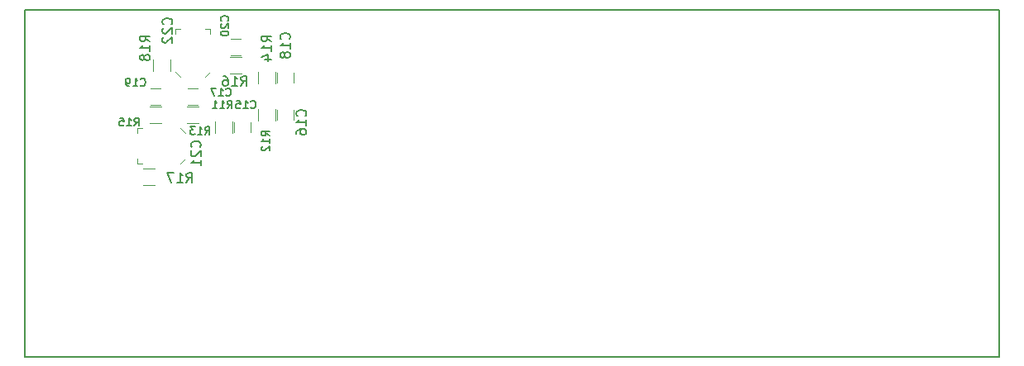
<source format=gbr>
G04 #@! TF.FileFunction,Legend,Bot*
%FSLAX46Y46*%
G04 Gerber Fmt 4.6, Leading zero omitted, Abs format (unit mm)*
G04 Created by KiCad (PCBNEW 4.0.7) date 03/18/18 13:20:54*
%MOMM*%
%LPD*%
G01*
G04 APERTURE LIST*
%ADD10C,0.100000*%
%ADD11C,0.150000*%
%ADD12C,0.120000*%
%ADD13C,0.130000*%
G04 APERTURE END LIST*
D10*
D11*
X19050000Y-19050000D02*
X19050000Y-54610000D01*
X118745000Y-19050000D02*
X19050000Y-19050000D01*
X118745000Y-54610000D02*
X118745000Y-19050000D01*
X19050000Y-54610000D02*
X118745000Y-54610000D01*
D12*
X40425000Y-31615000D02*
X40425000Y-30615000D01*
X42125000Y-30615000D02*
X42125000Y-31615000D01*
X44870000Y-30345000D02*
X44870000Y-29345000D01*
X46570000Y-29345000D02*
X46570000Y-30345000D01*
X36695000Y-28790000D02*
X35695000Y-28790000D01*
X35695000Y-27090000D02*
X36695000Y-27090000D01*
X44870000Y-26535000D02*
X44870000Y-25535000D01*
X46570000Y-25535000D02*
X46570000Y-26535000D01*
X32885000Y-28790000D02*
X31885000Y-28790000D01*
X31885000Y-27090000D02*
X32885000Y-27090000D01*
X41140000Y-23710000D02*
X40140000Y-23710000D01*
X40140000Y-22010000D02*
X41140000Y-22010000D01*
X35470000Y-31720000D02*
X34970000Y-31220000D01*
X35470000Y-34320000D02*
X34970000Y-34820000D01*
X30570000Y-31220000D02*
X31070000Y-31220000D01*
X30570000Y-31220000D02*
X30570000Y-31720000D01*
X30570000Y-34820000D02*
X31070000Y-34820000D01*
X30570000Y-34820000D02*
X30570000Y-34320000D01*
X37495000Y-25945000D02*
X37995000Y-25445000D01*
X34895000Y-25945000D02*
X34395000Y-25445000D01*
X37995000Y-21045000D02*
X37995000Y-21545000D01*
X37995000Y-21045000D02*
X37495000Y-21045000D01*
X34395000Y-21045000D02*
X34395000Y-21545000D01*
X34395000Y-21045000D02*
X34895000Y-21045000D01*
X40250000Y-31715000D02*
X40250000Y-30515000D01*
X38490000Y-30515000D02*
X38490000Y-31715000D01*
X44695000Y-30445000D02*
X44695000Y-29245000D01*
X42935000Y-29245000D02*
X42935000Y-30445000D01*
X36795000Y-28965000D02*
X35595000Y-28965000D01*
X35595000Y-30725000D02*
X36795000Y-30725000D01*
X44695000Y-26635000D02*
X44695000Y-25435000D01*
X42935000Y-25435000D02*
X42935000Y-26635000D01*
X32985000Y-28965000D02*
X31785000Y-28965000D01*
X31785000Y-30725000D02*
X32985000Y-30725000D01*
X41240000Y-23885000D02*
X40040000Y-23885000D01*
X40040000Y-25645000D02*
X41240000Y-25645000D01*
X31150000Y-37075000D02*
X32350000Y-37075000D01*
X32350000Y-35315000D02*
X31150000Y-35315000D01*
X32140000Y-24165000D02*
X32140000Y-25365000D01*
X33900000Y-25365000D02*
X33900000Y-24165000D01*
D13*
X42170286Y-29114714D02*
X42208381Y-29152810D01*
X42322667Y-29190905D01*
X42398857Y-29190905D01*
X42513143Y-29152810D01*
X42589334Y-29076619D01*
X42627429Y-29000429D01*
X42665524Y-28848048D01*
X42665524Y-28733762D01*
X42627429Y-28581381D01*
X42589334Y-28505190D01*
X42513143Y-28429000D01*
X42398857Y-28390905D01*
X42322667Y-28390905D01*
X42208381Y-28429000D01*
X42170286Y-28467095D01*
X41408381Y-29190905D02*
X41865524Y-29190905D01*
X41636953Y-29190905D02*
X41636953Y-28390905D01*
X41713143Y-28505190D01*
X41789334Y-28581381D01*
X41865524Y-28619476D01*
X40684571Y-28390905D02*
X41065524Y-28390905D01*
X41103619Y-28771857D01*
X41065524Y-28733762D01*
X40989333Y-28695667D01*
X40798857Y-28695667D01*
X40722667Y-28733762D01*
X40684571Y-28771857D01*
X40646476Y-28848048D01*
X40646476Y-29038524D01*
X40684571Y-29114714D01*
X40722667Y-29152810D01*
X40798857Y-29190905D01*
X40989333Y-29190905D01*
X41065524Y-29152810D01*
X41103619Y-29114714D01*
D11*
X47728143Y-29964143D02*
X47775762Y-29916524D01*
X47823381Y-29773667D01*
X47823381Y-29678429D01*
X47775762Y-29535571D01*
X47680524Y-29440333D01*
X47585286Y-29392714D01*
X47394810Y-29345095D01*
X47251952Y-29345095D01*
X47061476Y-29392714D01*
X46966238Y-29440333D01*
X46871000Y-29535571D01*
X46823381Y-29678429D01*
X46823381Y-29773667D01*
X46871000Y-29916524D01*
X46918619Y-29964143D01*
X47823381Y-30916524D02*
X47823381Y-30345095D01*
X47823381Y-30630809D02*
X46823381Y-30630809D01*
X46966238Y-30535571D01*
X47061476Y-30440333D01*
X47109095Y-30345095D01*
X46823381Y-31773667D02*
X46823381Y-31583190D01*
X46871000Y-31487952D01*
X46918619Y-31440333D01*
X47061476Y-31345095D01*
X47251952Y-31297476D01*
X47632905Y-31297476D01*
X47728143Y-31345095D01*
X47775762Y-31392714D01*
X47823381Y-31487952D01*
X47823381Y-31678429D01*
X47775762Y-31773667D01*
X47728143Y-31821286D01*
X47632905Y-31868905D01*
X47394810Y-31868905D01*
X47299571Y-31821286D01*
X47251952Y-31773667D01*
X47204333Y-31678429D01*
X47204333Y-31487952D01*
X47251952Y-31392714D01*
X47299571Y-31345095D01*
X47394810Y-31297476D01*
D13*
X39630286Y-27844714D02*
X39668381Y-27882810D01*
X39782667Y-27920905D01*
X39858857Y-27920905D01*
X39973143Y-27882810D01*
X40049334Y-27806619D01*
X40087429Y-27730429D01*
X40125524Y-27578048D01*
X40125524Y-27463762D01*
X40087429Y-27311381D01*
X40049334Y-27235190D01*
X39973143Y-27159000D01*
X39858857Y-27120905D01*
X39782667Y-27120905D01*
X39668381Y-27159000D01*
X39630286Y-27197095D01*
X38868381Y-27920905D02*
X39325524Y-27920905D01*
X39096953Y-27920905D02*
X39096953Y-27120905D01*
X39173143Y-27235190D01*
X39249334Y-27311381D01*
X39325524Y-27349476D01*
X38601714Y-27120905D02*
X38068381Y-27120905D01*
X38411238Y-27920905D01*
D11*
X46077143Y-22090143D02*
X46124762Y-22042524D01*
X46172381Y-21899667D01*
X46172381Y-21804429D01*
X46124762Y-21661571D01*
X46029524Y-21566333D01*
X45934286Y-21518714D01*
X45743810Y-21471095D01*
X45600952Y-21471095D01*
X45410476Y-21518714D01*
X45315238Y-21566333D01*
X45220000Y-21661571D01*
X45172381Y-21804429D01*
X45172381Y-21899667D01*
X45220000Y-22042524D01*
X45267619Y-22090143D01*
X46172381Y-23042524D02*
X46172381Y-22471095D01*
X46172381Y-22756809D02*
X45172381Y-22756809D01*
X45315238Y-22661571D01*
X45410476Y-22566333D01*
X45458095Y-22471095D01*
X45600952Y-23613952D02*
X45553333Y-23518714D01*
X45505714Y-23471095D01*
X45410476Y-23423476D01*
X45362857Y-23423476D01*
X45267619Y-23471095D01*
X45220000Y-23518714D01*
X45172381Y-23613952D01*
X45172381Y-23804429D01*
X45220000Y-23899667D01*
X45267619Y-23947286D01*
X45362857Y-23994905D01*
X45410476Y-23994905D01*
X45505714Y-23947286D01*
X45553333Y-23899667D01*
X45600952Y-23804429D01*
X45600952Y-23613952D01*
X45648571Y-23518714D01*
X45696190Y-23471095D01*
X45791429Y-23423476D01*
X45981905Y-23423476D01*
X46077143Y-23471095D01*
X46124762Y-23518714D01*
X46172381Y-23613952D01*
X46172381Y-23804429D01*
X46124762Y-23899667D01*
X46077143Y-23947286D01*
X45981905Y-23994905D01*
X45791429Y-23994905D01*
X45696190Y-23947286D01*
X45648571Y-23899667D01*
X45600952Y-23804429D01*
D13*
X30867286Y-26828714D02*
X30905381Y-26866810D01*
X31019667Y-26904905D01*
X31095857Y-26904905D01*
X31210143Y-26866810D01*
X31286334Y-26790619D01*
X31324429Y-26714429D01*
X31362524Y-26562048D01*
X31362524Y-26447762D01*
X31324429Y-26295381D01*
X31286334Y-26219190D01*
X31210143Y-26143000D01*
X31095857Y-26104905D01*
X31019667Y-26104905D01*
X30905381Y-26143000D01*
X30867286Y-26181095D01*
X30105381Y-26904905D02*
X30562524Y-26904905D01*
X30333953Y-26904905D02*
X30333953Y-26104905D01*
X30410143Y-26219190D01*
X30486334Y-26295381D01*
X30562524Y-26333476D01*
X29724429Y-26904905D02*
X29572048Y-26904905D01*
X29495857Y-26866810D01*
X29457762Y-26828714D01*
X29381571Y-26714429D01*
X29343476Y-26562048D01*
X29343476Y-26257286D01*
X29381571Y-26181095D01*
X29419667Y-26143000D01*
X29495857Y-26104905D01*
X29648238Y-26104905D01*
X29724429Y-26143000D01*
X29762524Y-26181095D01*
X29800619Y-26257286D01*
X29800619Y-26447762D01*
X29762524Y-26523952D01*
X29724429Y-26562048D01*
X29648238Y-26600143D01*
X29495857Y-26600143D01*
X29419667Y-26562048D01*
X29381571Y-26523952D01*
X29343476Y-26447762D01*
X39782714Y-20186714D02*
X39820810Y-20148619D01*
X39858905Y-20034333D01*
X39858905Y-19958143D01*
X39820810Y-19843857D01*
X39744619Y-19767666D01*
X39668429Y-19729571D01*
X39516048Y-19691476D01*
X39401762Y-19691476D01*
X39249381Y-19729571D01*
X39173190Y-19767666D01*
X39097000Y-19843857D01*
X39058905Y-19958143D01*
X39058905Y-20034333D01*
X39097000Y-20148619D01*
X39135095Y-20186714D01*
X39135095Y-20491476D02*
X39097000Y-20529571D01*
X39058905Y-20605762D01*
X39058905Y-20796238D01*
X39097000Y-20872428D01*
X39135095Y-20910524D01*
X39211286Y-20948619D01*
X39287476Y-20948619D01*
X39401762Y-20910524D01*
X39858905Y-20453381D01*
X39858905Y-20948619D01*
X39058905Y-21443857D02*
X39058905Y-21520048D01*
X39097000Y-21596238D01*
X39135095Y-21634333D01*
X39211286Y-21672429D01*
X39363667Y-21710524D01*
X39554143Y-21710524D01*
X39706524Y-21672429D01*
X39782714Y-21634333D01*
X39820810Y-21596238D01*
X39858905Y-21520048D01*
X39858905Y-21443857D01*
X39820810Y-21367667D01*
X39782714Y-21329571D01*
X39706524Y-21291476D01*
X39554143Y-21253381D01*
X39363667Y-21253381D01*
X39211286Y-21291476D01*
X39135095Y-21329571D01*
X39097000Y-21367667D01*
X39058905Y-21443857D01*
D11*
X36933143Y-33139143D02*
X36980762Y-33091524D01*
X37028381Y-32948667D01*
X37028381Y-32853429D01*
X36980762Y-32710571D01*
X36885524Y-32615333D01*
X36790286Y-32567714D01*
X36599810Y-32520095D01*
X36456952Y-32520095D01*
X36266476Y-32567714D01*
X36171238Y-32615333D01*
X36076000Y-32710571D01*
X36028381Y-32853429D01*
X36028381Y-32948667D01*
X36076000Y-33091524D01*
X36123619Y-33139143D01*
X36123619Y-33520095D02*
X36076000Y-33567714D01*
X36028381Y-33662952D01*
X36028381Y-33901048D01*
X36076000Y-33996286D01*
X36123619Y-34043905D01*
X36218857Y-34091524D01*
X36314095Y-34091524D01*
X36456952Y-34043905D01*
X37028381Y-33472476D01*
X37028381Y-34091524D01*
X37028381Y-35043905D02*
X37028381Y-34472476D01*
X37028381Y-34758190D02*
X36028381Y-34758190D01*
X36171238Y-34662952D01*
X36266476Y-34567714D01*
X36314095Y-34472476D01*
X34012143Y-20566143D02*
X34059762Y-20518524D01*
X34107381Y-20375667D01*
X34107381Y-20280429D01*
X34059762Y-20137571D01*
X33964524Y-20042333D01*
X33869286Y-19994714D01*
X33678810Y-19947095D01*
X33535952Y-19947095D01*
X33345476Y-19994714D01*
X33250238Y-20042333D01*
X33155000Y-20137571D01*
X33107381Y-20280429D01*
X33107381Y-20375667D01*
X33155000Y-20518524D01*
X33202619Y-20566143D01*
X33202619Y-20947095D02*
X33155000Y-20994714D01*
X33107381Y-21089952D01*
X33107381Y-21328048D01*
X33155000Y-21423286D01*
X33202619Y-21470905D01*
X33297857Y-21518524D01*
X33393095Y-21518524D01*
X33535952Y-21470905D01*
X34107381Y-20899476D01*
X34107381Y-21518524D01*
X33202619Y-21899476D02*
X33155000Y-21947095D01*
X33107381Y-22042333D01*
X33107381Y-22280429D01*
X33155000Y-22375667D01*
X33202619Y-22423286D01*
X33297857Y-22470905D01*
X33393095Y-22470905D01*
X33535952Y-22423286D01*
X34107381Y-21851857D01*
X34107381Y-22470905D01*
D13*
X39757286Y-29190905D02*
X40023953Y-28809952D01*
X40214429Y-29190905D02*
X40214429Y-28390905D01*
X39909667Y-28390905D01*
X39833476Y-28429000D01*
X39795381Y-28467095D01*
X39757286Y-28543286D01*
X39757286Y-28657571D01*
X39795381Y-28733762D01*
X39833476Y-28771857D01*
X39909667Y-28809952D01*
X40214429Y-28809952D01*
X38995381Y-29190905D02*
X39452524Y-29190905D01*
X39223953Y-29190905D02*
X39223953Y-28390905D01*
X39300143Y-28505190D01*
X39376334Y-28581381D01*
X39452524Y-28619476D01*
X38233476Y-29190905D02*
X38690619Y-29190905D01*
X38462048Y-29190905D02*
X38462048Y-28390905D01*
X38538238Y-28505190D01*
X38614429Y-28581381D01*
X38690619Y-28619476D01*
X44049905Y-31997714D02*
X43668952Y-31731047D01*
X44049905Y-31540571D02*
X43249905Y-31540571D01*
X43249905Y-31845333D01*
X43288000Y-31921524D01*
X43326095Y-31959619D01*
X43402286Y-31997714D01*
X43516571Y-31997714D01*
X43592762Y-31959619D01*
X43630857Y-31921524D01*
X43668952Y-31845333D01*
X43668952Y-31540571D01*
X44049905Y-32759619D02*
X44049905Y-32302476D01*
X44049905Y-32531047D02*
X43249905Y-32531047D01*
X43364190Y-32454857D01*
X43440381Y-32378666D01*
X43478476Y-32302476D01*
X43326095Y-33064381D02*
X43288000Y-33102476D01*
X43249905Y-33178667D01*
X43249905Y-33369143D01*
X43288000Y-33445333D01*
X43326095Y-33483429D01*
X43402286Y-33521524D01*
X43478476Y-33521524D01*
X43592762Y-33483429D01*
X44049905Y-33026286D01*
X44049905Y-33521524D01*
X37471286Y-31857905D02*
X37737953Y-31476952D01*
X37928429Y-31857905D02*
X37928429Y-31057905D01*
X37623667Y-31057905D01*
X37547476Y-31096000D01*
X37509381Y-31134095D01*
X37471286Y-31210286D01*
X37471286Y-31324571D01*
X37509381Y-31400762D01*
X37547476Y-31438857D01*
X37623667Y-31476952D01*
X37928429Y-31476952D01*
X36709381Y-31857905D02*
X37166524Y-31857905D01*
X36937953Y-31857905D02*
X36937953Y-31057905D01*
X37014143Y-31172190D01*
X37090334Y-31248381D01*
X37166524Y-31286476D01*
X36442714Y-31057905D02*
X35947476Y-31057905D01*
X36214143Y-31362667D01*
X36099857Y-31362667D01*
X36023667Y-31400762D01*
X35985571Y-31438857D01*
X35947476Y-31515048D01*
X35947476Y-31705524D01*
X35985571Y-31781714D01*
X36023667Y-31819810D01*
X36099857Y-31857905D01*
X36328429Y-31857905D01*
X36404619Y-31819810D01*
X36442714Y-31781714D01*
D11*
X44267381Y-22344143D02*
X43791190Y-22010809D01*
X44267381Y-21772714D02*
X43267381Y-21772714D01*
X43267381Y-22153667D01*
X43315000Y-22248905D01*
X43362619Y-22296524D01*
X43457857Y-22344143D01*
X43600714Y-22344143D01*
X43695952Y-22296524D01*
X43743571Y-22248905D01*
X43791190Y-22153667D01*
X43791190Y-21772714D01*
X44267381Y-23296524D02*
X44267381Y-22725095D01*
X44267381Y-23010809D02*
X43267381Y-23010809D01*
X43410238Y-22915571D01*
X43505476Y-22820333D01*
X43553095Y-22725095D01*
X43600714Y-24153667D02*
X44267381Y-24153667D01*
X43219762Y-23915571D02*
X43934048Y-23677476D01*
X43934048Y-24296524D01*
D13*
X30232286Y-30968905D02*
X30498953Y-30587952D01*
X30689429Y-30968905D02*
X30689429Y-30168905D01*
X30384667Y-30168905D01*
X30308476Y-30207000D01*
X30270381Y-30245095D01*
X30232286Y-30321286D01*
X30232286Y-30435571D01*
X30270381Y-30511762D01*
X30308476Y-30549857D01*
X30384667Y-30587952D01*
X30689429Y-30587952D01*
X29470381Y-30968905D02*
X29927524Y-30968905D01*
X29698953Y-30968905D02*
X29698953Y-30168905D01*
X29775143Y-30283190D01*
X29851334Y-30359381D01*
X29927524Y-30397476D01*
X28746571Y-30168905D02*
X29127524Y-30168905D01*
X29165619Y-30549857D01*
X29127524Y-30511762D01*
X29051333Y-30473667D01*
X28860857Y-30473667D01*
X28784667Y-30511762D01*
X28746571Y-30549857D01*
X28708476Y-30626048D01*
X28708476Y-30816524D01*
X28746571Y-30892714D01*
X28784667Y-30930810D01*
X28860857Y-30968905D01*
X29051333Y-30968905D01*
X29127524Y-30930810D01*
X29165619Y-30892714D01*
D11*
X41155857Y-26868381D02*
X41489191Y-26392190D01*
X41727286Y-26868381D02*
X41727286Y-25868381D01*
X41346333Y-25868381D01*
X41251095Y-25916000D01*
X41203476Y-25963619D01*
X41155857Y-26058857D01*
X41155857Y-26201714D01*
X41203476Y-26296952D01*
X41251095Y-26344571D01*
X41346333Y-26392190D01*
X41727286Y-26392190D01*
X40203476Y-26868381D02*
X40774905Y-26868381D01*
X40489191Y-26868381D02*
X40489191Y-25868381D01*
X40584429Y-26011238D01*
X40679667Y-26106476D01*
X40774905Y-26154095D01*
X39346333Y-25868381D02*
X39536810Y-25868381D01*
X39632048Y-25916000D01*
X39679667Y-25963619D01*
X39774905Y-26106476D01*
X39822524Y-26296952D01*
X39822524Y-26677905D01*
X39774905Y-26773143D01*
X39727286Y-26820762D01*
X39632048Y-26868381D01*
X39441571Y-26868381D01*
X39346333Y-26820762D01*
X39298714Y-26773143D01*
X39251095Y-26677905D01*
X39251095Y-26439810D01*
X39298714Y-26344571D01*
X39346333Y-26296952D01*
X39441571Y-26249333D01*
X39632048Y-26249333D01*
X39727286Y-26296952D01*
X39774905Y-26344571D01*
X39822524Y-26439810D01*
X35567857Y-36774381D02*
X35901191Y-36298190D01*
X36139286Y-36774381D02*
X36139286Y-35774381D01*
X35758333Y-35774381D01*
X35663095Y-35822000D01*
X35615476Y-35869619D01*
X35567857Y-35964857D01*
X35567857Y-36107714D01*
X35615476Y-36202952D01*
X35663095Y-36250571D01*
X35758333Y-36298190D01*
X36139286Y-36298190D01*
X34615476Y-36774381D02*
X35186905Y-36774381D01*
X34901191Y-36774381D02*
X34901191Y-35774381D01*
X34996429Y-35917238D01*
X35091667Y-36012476D01*
X35186905Y-36060095D01*
X34282143Y-35774381D02*
X33615476Y-35774381D01*
X34044048Y-36774381D01*
X31821381Y-22344143D02*
X31345190Y-22010809D01*
X31821381Y-21772714D02*
X30821381Y-21772714D01*
X30821381Y-22153667D01*
X30869000Y-22248905D01*
X30916619Y-22296524D01*
X31011857Y-22344143D01*
X31154714Y-22344143D01*
X31249952Y-22296524D01*
X31297571Y-22248905D01*
X31345190Y-22153667D01*
X31345190Y-21772714D01*
X31821381Y-23296524D02*
X31821381Y-22725095D01*
X31821381Y-23010809D02*
X30821381Y-23010809D01*
X30964238Y-22915571D01*
X31059476Y-22820333D01*
X31107095Y-22725095D01*
X31249952Y-23867952D02*
X31202333Y-23772714D01*
X31154714Y-23725095D01*
X31059476Y-23677476D01*
X31011857Y-23677476D01*
X30916619Y-23725095D01*
X30869000Y-23772714D01*
X30821381Y-23867952D01*
X30821381Y-24058429D01*
X30869000Y-24153667D01*
X30916619Y-24201286D01*
X31011857Y-24248905D01*
X31059476Y-24248905D01*
X31154714Y-24201286D01*
X31202333Y-24153667D01*
X31249952Y-24058429D01*
X31249952Y-23867952D01*
X31297571Y-23772714D01*
X31345190Y-23725095D01*
X31440429Y-23677476D01*
X31630905Y-23677476D01*
X31726143Y-23725095D01*
X31773762Y-23772714D01*
X31821381Y-23867952D01*
X31821381Y-24058429D01*
X31773762Y-24153667D01*
X31726143Y-24201286D01*
X31630905Y-24248905D01*
X31440429Y-24248905D01*
X31345190Y-24201286D01*
X31297571Y-24153667D01*
X31249952Y-24058429D01*
M02*

</source>
